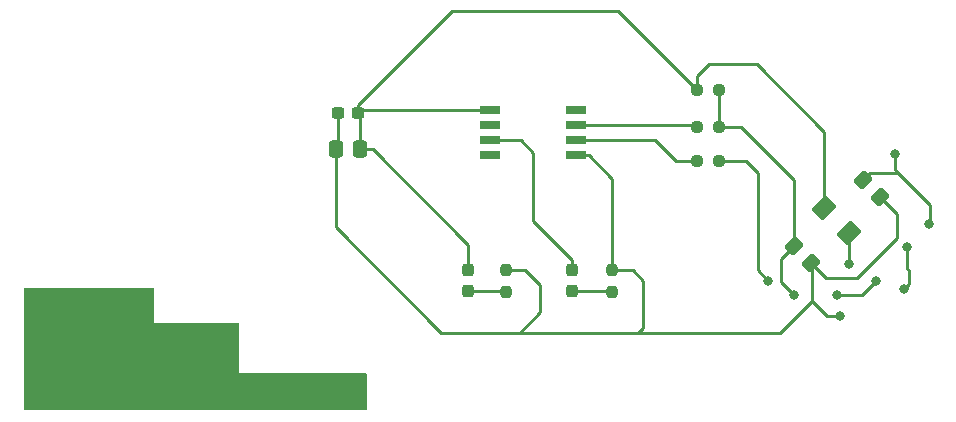
<source format=gbl>
G04 #@! TF.GenerationSoftware,KiCad,Pcbnew,(6.0.1)*
G04 #@! TF.CreationDate,2023-12-15T21:36:30+05:30*
G04 #@! TF.ProjectId,Business card,42757369-6e65-4737-9320-636172642e6b,rev?*
G04 #@! TF.SameCoordinates,Original*
G04 #@! TF.FileFunction,Copper,L2,Bot*
G04 #@! TF.FilePolarity,Positive*
%FSLAX46Y46*%
G04 Gerber Fmt 4.6, Leading zero omitted, Abs format (unit mm)*
G04 Created by KiCad (PCBNEW (6.0.1)) date 2023-12-15 21:36:30*
%MOMM*%
%LPD*%
G01*
G04 APERTURE LIST*
G04 Aperture macros list*
%AMRoundRect*
0 Rectangle with rounded corners*
0 $1 Rounding radius*
0 $2 $3 $4 $5 $6 $7 $8 $9 X,Y pos of 4 corners*
0 Add a 4 corners polygon primitive as box body*
4,1,4,$2,$3,$4,$5,$6,$7,$8,$9,$2,$3,0*
0 Add four circle primitives for the rounded corners*
1,1,$1+$1,$2,$3*
1,1,$1+$1,$4,$5*
1,1,$1+$1,$6,$7*
1,1,$1+$1,$8,$9*
0 Add four rect primitives between the rounded corners*
20,1,$1+$1,$2,$3,$4,$5,0*
20,1,$1+$1,$4,$5,$6,$7,0*
20,1,$1+$1,$6,$7,$8,$9,0*
20,1,$1+$1,$8,$9,$2,$3,0*%
G04 Aperture macros list end*
G04 #@! TA.AperFunction,SMDPad,CuDef*
%ADD10RoundRect,0.250000X0.337500X0.475000X-0.337500X0.475000X-0.337500X-0.475000X0.337500X-0.475000X0*%
G04 #@! TD*
G04 #@! TA.AperFunction,SMDPad,CuDef*
%ADD11RoundRect,0.237500X0.250000X0.237500X-0.250000X0.237500X-0.250000X-0.237500X0.250000X-0.237500X0*%
G04 #@! TD*
G04 #@! TA.AperFunction,SMDPad,CuDef*
%ADD12R,1.700000X0.650000*%
G04 #@! TD*
G04 #@! TA.AperFunction,SMDPad,CuDef*
%ADD13RoundRect,0.237500X0.237500X-0.287500X0.237500X0.287500X-0.237500X0.287500X-0.237500X-0.287500X0*%
G04 #@! TD*
G04 #@! TA.AperFunction,SMDPad,CuDef*
%ADD14RoundRect,0.237500X0.237500X-0.250000X0.237500X0.250000X-0.237500X0.250000X-0.237500X-0.250000X0*%
G04 #@! TD*
G04 #@! TA.AperFunction,SMDPad,CuDef*
%ADD15RoundRect,0.250000X0.548008X0.088388X0.088388X0.548008X-0.548008X-0.088388X-0.088388X-0.548008X0*%
G04 #@! TD*
G04 #@! TA.AperFunction,SMDPad,CuDef*
%ADD16RoundRect,0.250001X0.768977X0.114905X0.114905X0.768977X-0.768977X-0.114905X-0.114905X-0.768977X0*%
G04 #@! TD*
G04 #@! TA.AperFunction,SMDPad,CuDef*
%ADD17RoundRect,0.237500X-0.250000X-0.237500X0.250000X-0.237500X0.250000X0.237500X-0.250000X0.237500X0*%
G04 #@! TD*
G04 #@! TA.AperFunction,SMDPad,CuDef*
%ADD18RoundRect,0.237500X0.300000X0.237500X-0.300000X0.237500X-0.300000X-0.237500X0.300000X-0.237500X0*%
G04 #@! TD*
G04 #@! TA.AperFunction,ViaPad*
%ADD19C,0.800000*%
G04 #@! TD*
G04 #@! TA.AperFunction,Conductor*
%ADD20C,0.250000*%
G04 #@! TD*
G04 APERTURE END LIST*
D10*
G04 #@! TO.P,C1,1*
G04 #@! TO.N,+5V*
X61437500Y-76800000D03*
G04 #@! TO.P,C1,2*
G04 #@! TO.N,GND*
X59362500Y-76800000D03*
G04 #@! TD*
D11*
G04 #@! TO.P,R5,1*
G04 #@! TO.N,Net-(D4-Pad2)*
X91812500Y-71800000D03*
G04 #@! TO.P,R5,2*
G04 #@! TO.N,+5V*
X89987500Y-71800000D03*
G04 #@! TD*
D12*
G04 #@! TO.P,U1,1,~{RESET}/PB5*
G04 #@! TO.N,unconnected-(U1-Pad1)*
X79750000Y-73495000D03*
G04 #@! TO.P,U1,2,XTAL1/PB3*
G04 #@! TO.N,Net-(R1-Pad1)*
X79750000Y-74765000D03*
G04 #@! TO.P,U1,3,XTAL2/PB4*
G04 #@! TO.N,Net-(R2-Pad1)*
X79750000Y-76035000D03*
G04 #@! TO.P,U1,4,GND*
G04 #@! TO.N,GND*
X79750000Y-77305000D03*
G04 #@! TO.P,U1,5,AREF/PB0*
G04 #@! TO.N,unconnected-(U1-Pad5)*
X72450000Y-77305000D03*
G04 #@! TO.P,U1,6,PB1*
G04 #@! TO.N,Net-(D2-Pad2)*
X72450000Y-76035000D03*
G04 #@! TO.P,U1,7,PB2*
G04 #@! TO.N,unconnected-(U1-Pad7)*
X72450000Y-74765000D03*
G04 #@! TO.P,U1,8,VCC*
G04 #@! TO.N,+5V*
X72450000Y-73495000D03*
G04 #@! TD*
D13*
G04 #@! TO.P,D1,1,K*
G04 #@! TO.N,Net-(D1-Pad1)*
X70600000Y-88752500D03*
G04 #@! TO.P,D1,2,A*
G04 #@! TO.N,+5V*
X70600000Y-87002500D03*
G04 #@! TD*
D14*
G04 #@! TO.P,R4,1*
G04 #@! TO.N,Net-(D2-Pad1)*
X82800000Y-88835000D03*
G04 #@! TO.P,R4,2*
G04 #@! TO.N,GND*
X82800000Y-87010000D03*
G04 #@! TD*
D15*
G04 #@! TO.P,D4,1,A*
G04 #@! TO.N,GND*
X99624784Y-86424784D03*
G04 #@! TO.P,D4,2,K*
G04 #@! TO.N,Net-(D4-Pad2)*
X98175216Y-84975216D03*
G04 #@! TD*
D16*
G04 #@! TO.P,D3,1,A*
G04 #@! TO.N,Net-(D3-Pad1)*
X102800911Y-83900911D03*
G04 #@! TO.P,D3,2,K*
G04 #@! TO.N,+5V*
X100697269Y-81797269D03*
G04 #@! TD*
D13*
G04 #@! TO.P,D2,1,K*
G04 #@! TO.N,Net-(D2-Pad1)*
X79400000Y-88752500D03*
G04 #@! TO.P,D2,2,A*
G04 #@! TO.N,Net-(D2-Pad2)*
X79400000Y-87002500D03*
G04 #@! TD*
D14*
G04 #@! TO.P,R3,1*
G04 #@! TO.N,Net-(D1-Pad1)*
X73800000Y-88835000D03*
G04 #@! TO.P,R3,2*
G04 #@! TO.N,GND*
X73800000Y-87010000D03*
G04 #@! TD*
D15*
G04 #@! TO.P,D5,1,A*
G04 #@! TO.N,GND*
X105424784Y-80824784D03*
G04 #@! TO.P,D5,2,K*
G04 #@! TO.N,Net-(D5-Pad2)*
X103975216Y-79375216D03*
G04 #@! TD*
D17*
G04 #@! TO.P,R1,1*
G04 #@! TO.N,Net-(R1-Pad1)*
X89987500Y-74900000D03*
G04 #@! TO.P,R1,2*
G04 #@! TO.N,Net-(D4-Pad2)*
X91812500Y-74900000D03*
G04 #@! TD*
G04 #@! TO.P,R2,1*
G04 #@! TO.N,Net-(R2-Pad1)*
X89987500Y-77800000D03*
G04 #@! TO.P,R2,2*
G04 #@! TO.N,Net-(D5-Pad2)*
X91812500Y-77800000D03*
G04 #@! TD*
D18*
G04 #@! TO.P,C2,1*
G04 #@! TO.N,+5V*
X61262500Y-73700000D03*
G04 #@! TO.P,C2,2*
G04 #@! TO.N,GND*
X59537500Y-73700000D03*
G04 #@! TD*
D19*
G04 #@! TO.N,GND*
X102100000Y-90900000D03*
G04 #@! TO.N,Net-(D3-Pad1)*
X102800000Y-86500000D03*
G04 #@! TO.N,Net-(D4-Pad2)*
X101824500Y-89100000D03*
X105100000Y-87900000D03*
X98200000Y-89100000D03*
G04 #@! TO.N,Net-(D5-Pad2)*
X96000000Y-87900000D03*
X109600000Y-83100000D03*
X106700000Y-77200000D03*
X107700000Y-85100000D03*
X107500000Y-88600000D03*
G04 #@! TD*
D20*
G04 #@! TO.N,+5V*
X62500000Y-76800000D02*
X61437500Y-76800000D01*
X89987500Y-71800000D02*
X83287500Y-65100000D01*
X89987500Y-71800000D02*
X89987500Y-70612500D01*
X61437500Y-76800000D02*
X61437500Y-73875000D01*
X61467500Y-73495000D02*
X72450000Y-73495000D01*
X89987500Y-70612500D02*
X91000000Y-69600000D01*
X70600000Y-87002500D02*
X70600000Y-84900000D01*
X61437500Y-73875000D02*
X61262500Y-73700000D01*
X70600000Y-84900000D02*
X62500000Y-76800000D01*
X91000000Y-69600000D02*
X95000000Y-69600000D01*
X100697269Y-75297269D02*
X100697269Y-81797269D01*
X95000000Y-69600000D02*
X100697269Y-75297269D01*
X83287500Y-65100000D02*
X69200000Y-65100000D01*
X61262500Y-73700000D02*
X61467500Y-73495000D01*
X61262500Y-73037500D02*
X61262500Y-73700000D01*
X69200000Y-65100000D02*
X61262500Y-73037500D01*
G04 #@! TO.N,GND*
X76700000Y-90600000D02*
X76700000Y-88300000D01*
X103500000Y-87700000D02*
X101100000Y-87700000D01*
X82800000Y-87010000D02*
X84510000Y-87010000D01*
X85400000Y-87900000D02*
X85400000Y-91900000D01*
X59537500Y-76625000D02*
X59362500Y-76800000D01*
X75000000Y-92300000D02*
X76700000Y-90600000D01*
X106900000Y-84300000D02*
X103500000Y-87700000D01*
X59537500Y-73700000D02*
X59537500Y-76625000D01*
X99624784Y-86424784D02*
X99700000Y-86500000D01*
X99700000Y-86500000D02*
X99700000Y-89600000D01*
X99700000Y-89600000D02*
X97000000Y-92300000D01*
X76700000Y-88300000D02*
X75410000Y-87010000D01*
X85000000Y-92300000D02*
X75000000Y-92300000D01*
X85400000Y-91900000D02*
X85000000Y-92300000D01*
X100900000Y-87700000D02*
X99624784Y-86424784D01*
X101100000Y-87700000D02*
X100900000Y-87700000D01*
X84510000Y-87010000D02*
X85400000Y-87900000D01*
X59362500Y-76800000D02*
X59362500Y-83362500D01*
X101000000Y-90900000D02*
X99700000Y-89600000D01*
X102100000Y-90900000D02*
X101000000Y-90900000D01*
X82800000Y-79300000D02*
X82800000Y-87010000D01*
X68300000Y-92300000D02*
X75000000Y-92300000D01*
X97000000Y-92300000D02*
X85000000Y-92300000D01*
X75410000Y-87010000D02*
X73800000Y-87010000D01*
X80805000Y-77305000D02*
X82800000Y-79300000D01*
X105424784Y-80824784D02*
X106900000Y-82300000D01*
X59362500Y-83362500D02*
X68300000Y-92300000D01*
X106900000Y-82300000D02*
X106900000Y-84300000D01*
X79750000Y-77305000D02*
X80805000Y-77305000D01*
G04 #@! TO.N,Net-(D1-Pad1)*
X73717500Y-88752500D02*
X73800000Y-88835000D01*
X70600000Y-88752500D02*
X73717500Y-88752500D01*
G04 #@! TO.N,Net-(D2-Pad1)*
X79400000Y-88752500D02*
X82717500Y-88752500D01*
X82717500Y-88752500D02*
X82800000Y-88835000D01*
G04 #@! TO.N,Net-(D2-Pad2)*
X75035000Y-76035000D02*
X72450000Y-76035000D01*
X76100000Y-77100000D02*
X75035000Y-76035000D01*
X76100000Y-82900000D02*
X76100000Y-77100000D01*
X79400000Y-86200000D02*
X76100000Y-82900000D01*
X79400000Y-87002500D02*
X79400000Y-86200000D01*
G04 #@! TO.N,Net-(R1-Pad1)*
X89852500Y-74765000D02*
X79750000Y-74765000D01*
X89987500Y-74900000D02*
X89852500Y-74765000D01*
G04 #@! TO.N,Net-(R2-Pad1)*
X88200000Y-77800000D02*
X86435000Y-76035000D01*
X89987500Y-77800000D02*
X88200000Y-77800000D01*
X86435000Y-76035000D02*
X79750000Y-76035000D01*
G04 #@! TO.N,Net-(D3-Pad1)*
X102800000Y-83901822D02*
X102800000Y-86500000D01*
X102800911Y-83900911D02*
X102800000Y-83901822D01*
G04 #@! TO.N,Net-(D4-Pad2)*
X91812500Y-71800000D02*
X91812500Y-74900000D01*
X98175216Y-84975216D02*
X97100000Y-86050432D01*
X101824500Y-89100000D02*
X103900000Y-89100000D01*
X98175216Y-79375216D02*
X98175216Y-84975216D01*
X93700000Y-74900000D02*
X98175216Y-79375216D01*
X91812500Y-74900000D02*
X93700000Y-74900000D01*
X97100000Y-88000000D02*
X98200000Y-89100000D01*
X97100000Y-87000000D02*
X97100000Y-88000000D01*
X103900000Y-89100000D02*
X105100000Y-87900000D01*
X97100000Y-86050432D02*
X97100000Y-87000000D01*
G04 #@! TO.N,Net-(D5-Pad2)*
X95100000Y-78800000D02*
X95100000Y-84100000D01*
X106700000Y-77200000D02*
X106700000Y-78500000D01*
X109700000Y-81500000D02*
X109700000Y-83000000D01*
X103975216Y-79375216D02*
X104024784Y-79375216D01*
X91812500Y-77800000D02*
X94100000Y-77800000D01*
X107918307Y-88181693D02*
X107500000Y-88600000D01*
X107000000Y-78800000D02*
X109700000Y-81500000D01*
X107700000Y-86863387D02*
X107918307Y-87081693D01*
X107918307Y-87081693D02*
X107918307Y-88181693D01*
X106700000Y-78500000D02*
X107000000Y-78800000D01*
X104600000Y-78800000D02*
X107000000Y-78800000D01*
X95100000Y-87000000D02*
X96000000Y-87900000D01*
X107700000Y-85100000D02*
X107700000Y-86863387D01*
X95100000Y-84100000D02*
X95100000Y-87000000D01*
X94100000Y-77800000D02*
X95100000Y-78800000D01*
X109700000Y-83000000D02*
X109600000Y-83100000D01*
X104024784Y-79375216D02*
X104600000Y-78800000D01*
G04 #@! TD*
G04 #@! TA.AperFunction,NonConductor*
G36*
X43942121Y-88520002D02*
G01*
X43988614Y-88573658D01*
X44000000Y-88626000D01*
X44000000Y-91500000D01*
X51074000Y-91500000D01*
X51142121Y-91520002D01*
X51188614Y-91573658D01*
X51200000Y-91626000D01*
X51200000Y-95700000D01*
X61874000Y-95700000D01*
X61942121Y-95720002D01*
X61988614Y-95773658D01*
X62000000Y-95826000D01*
X62000000Y-98774000D01*
X61979998Y-98842121D01*
X61926342Y-98888614D01*
X61874000Y-98900000D01*
X33126000Y-98900000D01*
X33057879Y-98879998D01*
X33011386Y-98826342D01*
X33000000Y-98774000D01*
X33000000Y-88626000D01*
X33020002Y-88557879D01*
X33073658Y-88511386D01*
X33126000Y-88500000D01*
X43874000Y-88500000D01*
X43942121Y-88520002D01*
G37*
G04 #@! TD.AperFunction*
M02*

</source>
